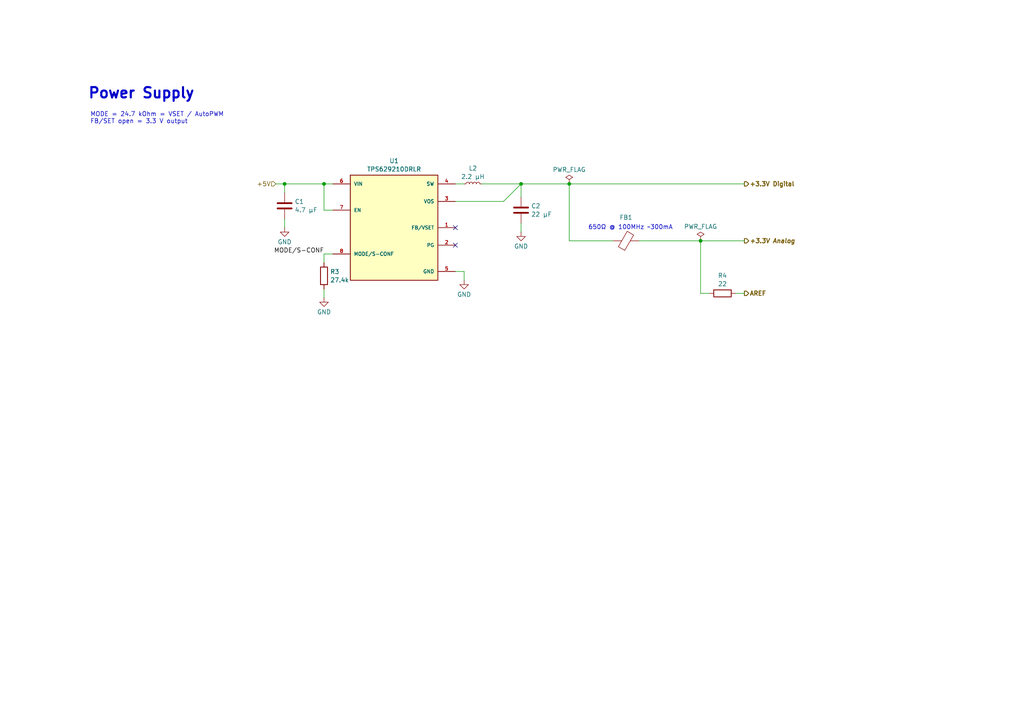
<source format=kicad_sch>
(kicad_sch (version 20250114) (generator "eeschema") (generator_version "9.0")
  (paper "A4")
  (title_block (title "Modular Music Controller / Sub-Board / Power Supply") (date "2025-12-02") (rev "2") (company "Dennis Schulmeister-Zimolong"))
  (lib_symbols
    (symbol "Device:C" (pin_numbers (hide yes)) (pin_names (offset 0.254))
      (property "Reference" "C" (at 0.635 2.54 0))
      (property "Value" "C" (at 0.635 -2.54 0))
      (symbol "C_0_1"
        (polyline (pts (xy -2.032 0.762) (xy 2.032 0.762)) (stroke (width 0.508)))
        (polyline (pts (xy -2.032 -0.762) (xy 2.032 -0.762)) (stroke (width 0.508)))
      )
      (symbol "C_1_1"
        (pin passive line (at 0 3.81 270) (length 2.794) (name "~") (number "1"))
        (pin passive line (at 0 -3.81 90) (length 2.794) (name "~") (number "2"))
      )
    )
    (symbol "Device:FerriteBead" (pin_numbers (hide yes)) (pin_names (offset 0))
      (property "Reference" "FB" (at -3.81 0.635 90))
      (property "Value" "FerriteBead" (at 3.81 0 90))
      (symbol "FerriteBead_0_1"
        (polyline (pts (xy -2.7686 0.4064) (xy -1.7018 2.2606) (xy 2.7686 -0.3048) (xy 1.6764 -2.159) (xy -2.7686 0.4064)))
        (polyline (pts (xy 0 1.27) (xy 0 1.2954)))
        (polyline (pts (xy 0 -1.27) (xy 0 -1.2192)))
      )
      (symbol "FerriteBead_1_1"
        (pin passive line (at 0 3.81 270) (length 2.54) (name "~") (number "1"))
        (pin passive line (at 0 -3.81 90) (length 2.54) (name "~") (number "2"))
      )
    )
    (symbol "Device:L_Small" (pin_numbers (hide yes)) (pin_names (offset 0.254) (hide yes))
      (property "Reference" "L" (at 0.762 1.016 0))
      (property "Value" "L_Small" (at 0.762 -1.016 0))
      (symbol "L_Small_0_1"
        (arc (start 0 2.032) (mid 0.5058 1.524) (end 0 1.016))
        (arc (start 0 1.016) (mid 0.5058 0.508) (end 0 0))
        (arc (start 0 0) (mid 0.5058 -0.508) (end 0 -1.016))
        (arc (start 0 -1.016) (mid 0.5058 -1.524) (end 0 -2.032))
      )
      (symbol "L_Small_1_1"
        (pin passive line (at 0 2.54 270) (length 0.508) (name "~") (number "1"))
        (pin passive line (at 0 -2.54 90) (length 0.508) (name "~") (number "2"))
      )
    )
    (symbol "Device:R" (pin_numbers (hide yes)) (pin_names (offset 0))
      (property "Reference" "R" (at 2.032 0 90))
      (property "Value" "R" (at 0 0 90))
      (symbol "R_0_1"
        (rectangle (start -1.016 -2.54) (end 1.016 2.54) (stroke (width 0.254)))
      )
      (symbol "R_1_1"
        (pin passive line (at 0 3.81 270) (length 1.27) (name "~") (number "1"))
        (pin passive line (at 0 -3.81 90) (length 1.27) (name "~") (number "2"))
      )
    )
    (symbol "TPS629210:TPS629210DRLR" (pin_names (offset 1.016))
      (property "Reference" "U" (at -12.7 16.002 0))
      (property "Value" "TPS629210DRLR" (at -12.7 -17.78 0))
      (symbol "TPS629210DRLR_0_0"
        (rectangle (start -12.7 -15.24) (end 12.7 15.24) (stroke (width 0.254)) (fill (type background)))
        (pin input line (at -17.78 12.7 0) (length 5.08) (name "VIN") (number "6"))
        (pin input line (at -17.78 5.08 0) (length 5.08) (name "EN") (number "7"))
        (pin input line (at -17.78 -7.62 0) (length 5.08) (name "MODE/S-CONF") (number "8"))
        (pin passive line (at 17.78 12.7 180) (length 5.08) (name "SW") (number "4"))
        (pin input line (at 17.78 7.62 180) (length 5.08) (name "VOS") (number "3"))
        (pin input line (at 17.78 0 180) (length 5.08) (name "FB/VSET") (number "1"))
        (pin output line (at 17.78 -5.08 180) (length 5.08) (name "PG") (number "2"))
        (pin power_in line (at 17.78 -12.7 180) (length 5.08) (name "GND") (number "5"))
      )
    )
    (symbol "power:GND" (power) (pin_numbers (hide yes)) (pin_names (offset 0) (hide yes))
      (property "Value" "GND" (at 0 -3.81 0))
      (symbol "GND_0_1"
        (polyline (pts (xy 0 0) (xy 0 -1.27) (xy 1.27 -1.27) (xy 0 -2.54) (xy -1.27 -1.27) (xy 0 -1.27)))
      )
      (symbol "GND_1_1"
        (pin power_in line (at 0 0 270) (length 0) (name "~") (number "1"))
      )
    )
    (symbol "power:PWR_FLAG" (power) (pin_numbers (hide yes)) (pin_names (offset 0) (hide yes))
      (property "Value" "PWR_FLAG" (at 0 3.81 0))
      (symbol "PWR_FLAG_0_0"
        (pin power_out line (at 0 0 90) (length 0) (name "~") (number "1"))
      )
      (symbol "PWR_FLAG_0_1"
        (polyline (pts (xy 0 0) (xy 0 1.27) (xy -1.016 1.905) (xy 0 2.54) (xy 1.016 1.905) (xy 0 1.27)))
      )
    )
  )
  (text "650Ω @ 100MHz ~300mA" (at 182.88 66.04 0) (effects (font (size 1.27 1.27))))
  (text "Power Supply" (at 25.4 25.4 0) (effects (font (size 3 3) (thickness 0.6) (bold yes)) (justify left top)))
  (text "MODE = 24.7 kOhm = VSET / AutoPWM\nFB/SET open = 3.3 V output" (at 26.162 34.29 0) (effects (font (size 1.27 1.27)) (justify left)))
  (junction (at 151.13 53.34))
  (junction (at 203.2 69.85))
  (junction (at 82.55 53.34))
  (junction (at 93.98 53.34))
  (junction (at 165.1 53.34))
  (no_connect (at 132.08 66.04))
  (no_connect (at 132.08 71.12))
  (wire (pts (xy 93.98 53.34) (xy 96.52 53.34)))
  (wire (pts (xy 82.55 53.34) (xy 82.55 55.88)))
  (wire (pts (xy 132.08 58.42) (xy 146.05 58.42)))
  (wire (pts (xy 132.08 53.34) (xy 134.62 53.34)))
  (wire (pts (xy 93.98 73.66) (xy 93.98 76.2)))
  (wire (pts (xy 151.13 64.77) (xy 151.13 67.31)))
  (wire (pts (xy 93.98 83.82) (xy 93.98 86.36)))
  (wire (pts (xy 139.7 53.34) (xy 151.13 53.34)))
  (wire (pts (xy 151.13 53.34) (xy 151.13 57.15)))
  (wire (pts (xy 80.01 53.34) (xy 82.55 53.34)))
  (wire (pts (xy 134.62 78.74) (xy 134.62 81.28)))
  (wire (pts (xy 146.05 58.42) (xy 151.13 53.34)))
  (wire (pts (xy 165.1 53.34) (xy 215.9 53.34)))
  (wire (pts (xy 82.55 53.34) (xy 93.98 53.34)))
  (wire (pts (xy 96.52 60.96) (xy 93.98 60.96)))
  (wire (pts (xy 93.98 73.66) (xy 96.52 73.66)))
  (wire (pts (xy 203.2 85.09) (xy 205.74 85.09)))
  (wire (pts (xy 203.2 69.85) (xy 215.9 69.85)))
  (wire (pts (xy 165.1 69.85) (xy 177.8 69.85)))
  (wire (pts (xy 93.98 53.34) (xy 93.98 60.96)))
  (wire (pts (xy 203.2 69.85) (xy 203.2 85.09)))
  (wire (pts (xy 82.55 63.5) (xy 82.55 66.04)))
  (wire (pts (xy 132.08 78.74) (xy 134.62 78.74)))
  (wire (pts (xy 151.13 53.34) (xy 165.1 53.34)))
  (wire (pts (xy 165.1 53.34) (xy 165.1 69.85)))
  (wire (pts (xy 185.42 69.85) (xy 203.2 69.85)))
  (wire (pts (xy 213.36 85.09) (xy 215.9 85.09)))
  (label "MODE{slash}S-CONF" (at 93.98 73.66 180))
  (hierarchical_label "+5V" (shape input) (at 80.01 53.34 180))
  (hierarchical_label "+3.3V Digital" (shape output) (at 215.9 53.34 0) (effects (font (thickness 0.254) (bold yes))))
  (hierarchical_label "AREF" (shape output) (at 215.9 85.09 0) (effects (font (thickness 0.254) (bold yes))))
  (hierarchical_label "+3.3V Analog" (shape output) (at 215.9 69.85 0) (effects (font (thickness 0.254) (bold yes) (italic yes))))
  (symbol (lib_id "power:GND") (at 93.98 86.36 0) (unit 1)
    (property "Reference" "#PWR05" (effects (hide yes)))
    (property "Value" "GND" (at 93.98 90.4931 0))
    (property "Description" "Power symbol creates a global label with name \"GND\" , ground" (effects (hide yes)))
  )
  (symbol (lib_id "power:GND") (at 82.55 66.04 0) (unit 1)
    (property "Reference" "#PWR04" (effects (hide yes)))
    (property "Value" "GND" (at 82.55 70.1731 0))
    (property "Description" "Power symbol creates a global label with name \"GND\" , ground" (effects (hide yes)))
  )
  (symbol (lib_id "Device:FerriteBead") (at 181.61 69.85 90) (unit 1)
    (property "Reference" "FB1" (at 181.5592 63.0639 90))
    (property "Value" "Laird HZ0603C651R-10" (effects (hide yes)))
    (property "Footprint" "Inductor_SMD:L_0603_1608Metric" (effects (hide yes)))
    (property "Description" "Ferrite bead - 650Ω @ 100MHz ~300-500mA" (effects (hide yes)))
  )
  (symbol (lib_id "Device:C") (at 151.13 60.96 0) (unit 1)
    (property "Reference" "C2" (at 154.051 59.7478 0) (effects (justify left)))
    (property "Value" "22 µF" (at 154.051 62.1721 0) (effects (justify left)))
    (property "Footprint" "Capacitor_SMD:C_1206_3216Metric" (effects (hide yes)))
    (property "Description" "Unpolarized capacitor" (effects (hide yes)))
  )
  (symbol (lib_id "Device:C") (at 82.55 59.69 0) (unit 1)
    (property "Reference" "C1" (at 85.471 58.4778 0) (effects (justify left)))
    (property "Value" "4.7 µF" (at 85.471 60.9021 0) (effects (justify left)))
    (property "Footprint" "Capacitor_SMD:C_0805_2012Metric" (effects (hide yes)))
    (property "Description" "Unpolarized capacitor" (effects (hide yes)))
  )
  (symbol (lib_id "power:GND") (at 151.13 67.31 0) (unit 1)
    (property "Reference" "#PWR07" (effects (hide yes)))
    (property "Value" "GND" (at 151.13 71.4431 0))
    (property "Description" "Power symbol creates a global label with name \"GND\" , ground" (effects (hide yes)))
  )
  (symbol (lib_id "power:GND") (at 134.62 81.28 0) (unit 1)
    (property "Reference" "#PWR06" (effects (hide yes)))
    (property "Value" "GND" (at 134.62 85.4131 0))
    (property "Description" "Power symbol creates a global label with name \"GND\" , ground" (effects (hide yes)))
  )
  (symbol (lib_id "power:PWR_FLAG") (at 165.1 53.34 0) (unit 1)
    (property "Reference" "#FLG04" (effects (hide yes)))
    (property "Value" "PWR_FLAG" (at 165.1 49.2069 0))
    (property "Description" "Special symbol for telling ERC where power comes from" (effects (hide yes)))
  )
  (symbol (lib_id "power:PWR_FLAG") (at 203.2 69.85 0) (unit 1)
    (property "Reference" "#FLG05" (effects (hide yes)))
    (property "Value" "PWR_FLAG" (at 203.2 65.7169 0))
    (property "Description" "Special symbol for telling ERC where power comes from" (effects (hide yes)))
  )
  (symbol (lib_id "Device:L_Small") (at 137.16 53.34 90) (unit 1)
    (property "Reference" "L2" (at 137.16 48.8167 90))
    (property "Value" "2.2 µH" (at 137.16 51.241 90))
    (property "Footprint" "Inductor_SMD:L_0805_2012Metric" (effects (hide yes)))
    (property "Description" "Inductor, small symbol" (effects (hide yes)))
  )
  (symbol (lib_id "Device:R") (at 209.55 85.09 90) (unit 1)
    (property "Reference" "R4" (at 209.55 79.9295 90))
    (property "Value" "22" (at 209.55 82.3538 90))
    (property "Footprint" "Resistor_SMD:R_0402_1005Metric" (effects (hide yes)))
    (property "Description" "Resistor" (effects (hide yes)))
  )
  (symbol (lib_id "Device:R") (at 93.98 80.01 0) (unit 1)
    (property "Reference" "R3" (at 95.758 78.7978 0) (effects (justify left)))
    (property "Value" "27.4k" (at 95.758 81.2221 0) (effects (justify left)))
    (property "Footprint" "Resistor_SMD:R_0402_1005Metric" (effects (hide yes)))
    (property "Description" "Resistor" (effects (hide yes)))
  )
  (symbol (lib_id "TPS629210:TPS629210DRLR") (at 114.3 66.04 0) (unit 1)
    (property "Reference" "U1" (at 114.3 46.6555 0))
    (property "Value" "TPS629210DRLR" (at 114.3 49.0798 0))
    (property "Footprint" "TPS629210DRLR:SOT50P160X60-8N" (effects (hide yes)))
    (property "MF" "Texas Instruments" (effects (hide yes)))
    (property "MAXIMUM_PACKAGE_HEIGHT" "0.6 mm" (effects (hide yes)))
    (property "Package" "SOT-583 Texas Instruments" (effects (hide yes)))
    (property "Price" "None" (effects (hide yes)))
    (property "Check_prices" "https://www.snapeda.com/parts/TPS629210DRLR/Texas+Instruments/view-part/?ref=eda" (effects (hide yes)))
    (property "STANDARD" "IPC-7351B" (effects (hide yes)))
    (property "PARTREV" "B" (effects (hide yes)))
    (property "SnapEDA_Link" "https://www.snapeda.com/parts/TPS629210DRLR/Texas+Instruments/view-part/?ref=snap" (effects (hide yes)))
    (property "MP" "TPS629210DRLR" (effects (hide yes)))
    (property "Description_1" "3-V to 17-V, 1-A, high-efficiency, low-IQ, synchronous buck converter in SOT-583 package" (effects (hide yes)))
    (property "Availability" "In Stock" (effects (hide yes)))
    (property "MANUFACTURER" "Texas Instruments" (effects (hide yes)))
  )
)
</source>
